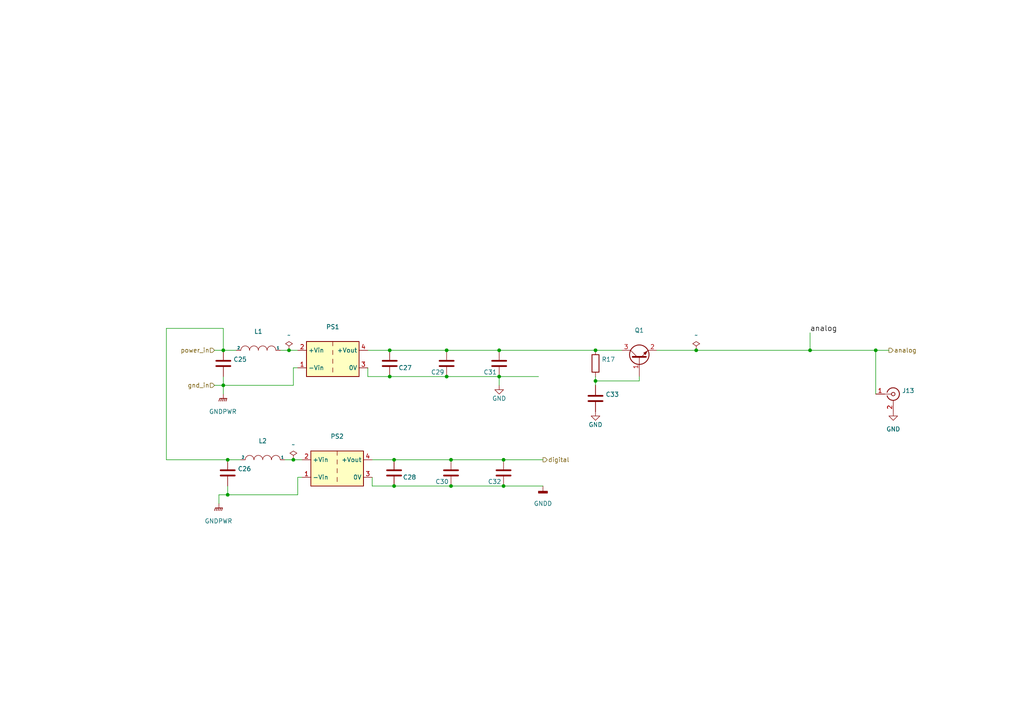
<source format=kicad_sch>
(kicad_sch (version 20211123) (generator eeschema)
  (paper "A4")
  (lib_symbols
    (symbol "0JLC-6:100nF" (pin_numbers hide) (pin_names (offset 0.254))
      (property "Reference" "C" (at 0.635 2.54 0))
      (property "Value" "100nF" (at 0.635 -2.54 0))
      (symbol "100nF_0_1"
        (polyline (pts (xy -2.032 -0.762) (xy 2.032 -0.762)) (stroke (width 0.508)))
        (polyline (pts (xy -2.032 0.762) (xy 2.032 0.762)) (stroke (width 0.508)))
      )
      (symbol "100nF_1_1"
        (pin passive line (at 0 3.81 270) (length 2.794) (name "~") (number "1"))
        (pin passive line (at 0 -3.81 90) (length 2.794) (name "~") (number "2"))
      )
    )
    (symbol "0JLC-6:10uF_1206_50V" (pin_numbers hide) (pin_names (offset 0.254))
      (property "Reference" "C" (at 0.635 2.54 0))
      (property "Value" "10uF_1206_50V" (at 0.635 -2.54 0))
      (symbol "10uF_1206_50V_0_1"
        (polyline (pts (xy -2.032 -0.762) (xy 2.032 -0.762)) (stroke (width 0.508)))
        (polyline (pts (xy -2.032 0.762) (xy 2.032 0.762)) (stroke (width 0.508)))
      )
      (symbol "10uF_1206_50V_1_1"
        (pin passive line (at 0 3.81 270) (length 2.794) (name "~") (number "1"))
        (pin passive line (at 0 -3.81 90) (length 2.794) (name "~") (number "2"))
      )
    )
    (symbol "0JLC-6:1K" (pin_numbers hide) (pin_names (offset 0))
      (property "Reference" "R" (at 2.032 0 90))
      (property "Value" "1K" (at 0 0 90))
      (symbol "1K_0_1"
        (rectangle (start -1.016 -2.54) (end 1.016 2.54) (stroke (width 0.254)))
      )
      (symbol "1K_1_1"
        (pin passive line (at 0 3.81 270) (length 1.27) (name "~") (number "1"))
        (pin passive line (at 0 -3.81 90) (length 1.27) (name "~") (number "2"))
      )
    )
    (symbol "0JLC-6:4.7uF_1206_50V" (pin_numbers hide) (pin_names (offset 0.254))
      (property "Reference" "C" (at 0.635 2.54 0))
      (property "Value" "4.7uF_1206_50V" (at 0.635 -2.54 0))
      (symbol "4.7uF_1206_50V_0_1"
        (polyline (pts (xy -2.032 -0.762) (xy 2.032 -0.762)) (stroke (width 0.508)))
        (polyline (pts (xy -2.032 0.762) (xy 2.032 0.762)) (stroke (width 0.508)))
      )
      (symbol "4.7uF_1206_50V_1_1"
        (pin passive line (at 0 3.81 270) (length 2.794) (name "~") (number "1"))
        (pin passive line (at 0 -3.81 90) (length 2.794) (name "~") (number "2"))
      )
    )
    (symbol "Connector:Conn_Coaxial" (pin_names (offset 1.016) hide)
      (property "Reference" "J" (at 0.254 3.048 0))
      (property "Value" "Conn_Coaxial" (at 2.921 0 90))
      (symbol "Conn_Coaxial_0_1"
        (arc (start -1.778 -0.508) (mid 0.2311 -1.8066) (end 1.778 0) (stroke (width 0.254)))
        (polyline (pts (xy -2.54 0) (xy -0.508 0)))
        (polyline (pts (xy 0 -2.54) (xy 0 -1.778)))
        (circle (center 0 0) (radius 0.508) (stroke (width 0.2032)))
        (arc (start 1.778 0) (mid 0.2099 1.8101) (end -1.778 0.508) (stroke (width 0.254)))
      )
      (symbol "Conn_Coaxial_1_1"
        (pin passive line (at -5.08 0 0) (length 2.54) (name "In") (number "1"))
        (pin passive line (at 0 -5.08 90) (length 2.54) (name "Ext") (number "2"))
      )
    )
    (symbol "Device:C" (pin_numbers hide) (pin_names (offset 0.254))
      (property "Reference" "C" (at 0.635 2.54 0))
      (property "Value" "C" (at 0.635 -2.54 0))
      (symbol "C_0_1"
        (polyline (pts (xy -2.032 -0.762) (xy 2.032 -0.762)) (stroke (width 0.508)))
        (polyline (pts (xy -2.032 0.762) (xy 2.032 0.762)) (stroke (width 0.508)))
      )
      (symbol "C_1_1"
        (pin passive line (at 0 3.81 270) (length 2.794) (name "~") (number "1"))
        (pin passive line (at 0 -3.81 90) (length 2.794) (name "~") (number "2"))
      )
    )
    (symbol "Transistor_BJT:BC847" (pin_names (offset 0) hide)
      (property "Reference" "Q" (at 5.08 1.905 0))
      (property "Value" "BC847" (at 5.08 0 0))
      (symbol "BC847_0_1"
        (polyline (pts (xy 0.635 0.635) (xy 2.54 2.54)))
        (polyline (pts (xy 0.635 -0.635) (xy 2.54 -2.54) (xy 2.54 -2.54)))
        (polyline (pts (xy 0.635 1.905) (xy 0.635 -1.905) (xy 0.635 -1.905)) (stroke (width 0.508)))
        (polyline (pts (xy 1.27 -1.778) (xy 1.778 -1.27) (xy 2.286 -2.286) (xy 1.27 -1.778) (xy 1.27 -1.778)) (fill (type outline)))
        (circle (center 1.27 0) (radius 2.8194) (stroke (width 0.254)))
      )
      (symbol "BC847_1_1"
        (pin input line (at -5.08 0 0) (length 5.715) (name "B") (number "1"))
        (pin passive line (at 2.54 -5.08 90) (length 2.54) (name "E") (number "2"))
        (pin passive line (at 2.54 5.08 270) (length 2.54) (name "C") (number "3"))
      )
    )
    (symbol "power:GND" (power) (pin_names (offset 0))
      (property "Value" "GND" (at 0 -3.81 0))
      (symbol "GND_0_1"
        (polyline (pts (xy 0 0) (xy 0 -1.27) (xy 1.27 -1.27) (xy 0 -2.54) (xy -1.27 -1.27) (xy 0 -1.27)))
      )
      (symbol "GND_1_1"
        (pin power_in line (at 0 0 270) (length 0) hide (name "GND") (number "1"))
      )
    )
    (symbol "power:GNDD" (power) (pin_names (offset 0))
      (property "Value" "GNDD" (at 0 -3.175 0))
      (symbol "GNDD_0_1"
        (rectangle (start -1.27 -1.524) (end 1.27 -2.032) (stroke (width 0.254)) (fill (type outline)))
        (polyline (pts (xy 0 0) (xy 0 -1.524)))
      )
      (symbol "GNDD_1_1"
        (pin power_in line (at 0 0 270) (length 0) hide (name "GNDD") (number "1"))
      )
    )
    (symbol "power:GNDPWR" (power) (pin_names (offset 0))
      (property "Value" "GNDPWR" (at 0 -3.302 0))
      (symbol "GNDPWR_0_1"
        (polyline (pts (xy 0 -1.27) (xy 0 0)))
        (polyline (pts (xy -1.016 -1.27) (xy -1.27 -2.032) (xy -1.27 -2.032)) (stroke (width 0.2032)))
        (polyline (pts (xy -0.508 -1.27) (xy -0.762 -2.032) (xy -0.762 -2.032)) (stroke (width 0.2032)))
        (polyline (pts (xy 0 -1.27) (xy -0.254 -2.032) (xy -0.254 -2.032)) (stroke (width 0.2032)))
        (polyline (pts (xy 0.508 -1.27) (xy 0.254 -2.032) (xy 0.254 -2.032)) (stroke (width 0.2032)))
        (polyline (pts (xy 1.016 -1.27) (xy -1.016 -1.27) (xy -1.016 -1.27)) (stroke (width 0.2032)))
        (polyline (pts (xy 1.016 -1.27) (xy 0.762 -2.032) (xy 0.762 -2.032) (xy 0.762 -2.032)) (stroke (width 0.2032)))
      )
      (symbol "GNDPWR_1_1"
        (pin power_in line (at 0 0 270) (length 0) hide (name "GNDPWR") (number "1"))
      )
    )
    (symbol "power:PWR_FLAG" (power) (pin_numbers hide) (pin_names (offset 0) hide)
      (property "Value" "PWR_FLAG" (at 0 3.81 0))
      (symbol "PWR_FLAG_0_0"
        (pin power_out line (at 0 0 90) (length 0) (name "pwr") (number "1"))
      )
      (symbol "PWR_FLAG_0_1"
        (polyline (pts (xy 0 0) (xy 0 1.27) (xy -1.016 1.905) (xy 0 2.54) (xy 1.016 1.905) (xy 0 1.27)))
      )
    )
    (symbol "pspice:INDUCTOR" (pin_numbers hide) (pin_names (offset 0))
      (property "Reference" "L" (at 0 2.54 0))
      (property "Value" "INDUCTOR" (at 0 -1.27 0))
      (symbol "INDUCTOR_0_1"
        (arc (start -2.54 0) (mid -3.81 1.27) (end -5.08 0))
        (arc (start 0 0) (mid -1.27 1.27) (end -2.54 0))
        (arc (start 2.54 0) (mid 1.27 1.27) (end 0 0))
        (arc (start 5.08 0) (mid 3.81 1.27) (end 2.54 0))
      )
      (symbol "INDUCTOR_1_1"
        (pin input line (at -6.35 0 0) (length 1.27) (name "1") (number "1"))
        (pin input line (at 6.35 0 180) (length 1.27) (name "2") (number "2"))
      )
    )
    (symbol "schematic_library:B0305S-1WR2-0my_power"
      (property "Reference" "PS2" (at 0 9.3218 0))
      (property "Value" "B0305S-1WR2-0my_power" (at 0 7.0104 0))
      (symbol "B0305S-1WR2-0my_power_0_0"
        (pin power_in line (at -10.16 -2.54 0) (length 2.54) (name "-Vin") (number "1"))
        (pin power_in line (at -10.16 2.54 0) (length 2.54) (name "+Vin") (number "2"))
        (pin power_out line (at 10.16 -2.54 180) (length 2.54) (name "0V") (number "3"))
        (pin power_out line (at 10.16 2.54 180) (length 2.54) (name "+Vout") (number "4"))
      )
      (symbol "B0305S-1WR2-0my_power_0_1"
        (rectangle (start -7.62 5.08) (end 7.62 -5.08) (stroke (width 0.254)) (fill (type background)))
        (polyline (pts (xy 0 -2.54) (xy 0 -3.81)))
        (polyline (pts (xy 0 0) (xy 0 -1.27)))
        (polyline (pts (xy 0 2.54) (xy 0 1.27)))
        (polyline (pts (xy 0 5.08) (xy 0 3.81)))
      )
    )
  )
  (junction (at 113.03 109.22))
  (junction (at 146.05 133.35))
  (junction (at 85.09 133.35))
  (junction (at 129.54 109.22))
  (junction (at 64.77 111.76))
  (junction (at 130.81 133.35))
  (junction (at 114.3 140.97))
  (junction (at 113.03 101.6))
  (junction (at 144.78 101.6))
  (junction (at 66.04 133.35))
  (junction (at 146.05 140.97))
  (junction (at 144.78 109.22))
  (junction (at 64.77 101.6))
  (junction (at 254 101.6))
  (junction (at 66.04 143.51))
  (junction (at 234.95 101.6))
  (junction (at 201.93 101.6))
  (junction (at 172.72 110.49))
  (junction (at 172.72 101.6))
  (junction (at 129.54 101.6))
  (junction (at 114.3 133.35))
  (junction (at 83.82 101.6))
  (junction (at 130.81 140.97))
  (wire (pts (xy 107.95 140.97) (xy 114.3 140.97)))
  (wire (pts (xy 172.72 110.49) (xy 185.42 110.49)))
  (wire (pts (xy 86.36 143.51) (xy 66.04 143.51)))
  (wire (pts (xy 185.42 110.49) (xy 185.42 109.22)))
  (wire (pts (xy 62.23 111.76) (xy 64.77 111.76)))
  (wire (pts (xy 114.3 133.35) (xy 130.81 133.35)))
  (wire (pts (xy 146.05 133.35) (xy 157.48 133.35)))
  (wire (pts (xy 86.36 138.43) (xy 86.36 143.51)))
  (wire (pts (xy 129.54 109.22) (xy 113.03 109.22)))
  (wire (pts (xy 63.5 146.05) (xy 63.5 143.51)))
  (wire (pts (xy 106.68 109.22) (xy 113.03 109.22)))
  (wire (pts (xy 62.23 101.6) (xy 64.77 101.6)))
  (wire (pts (xy 130.81 140.97) (xy 114.3 140.97)))
  (wire (pts (xy 130.81 133.35) (xy 146.05 133.35)))
  (wire (pts (xy 107.95 133.35) (xy 114.3 133.35)))
  (wire (pts (xy 107.95 138.43) (xy 107.95 140.97)))
  (wire (pts (xy 172.72 101.6) (xy 180.34 101.6)))
  (wire (pts (xy 64.77 101.6) (xy 68.58 101.6)))
  (wire (pts (xy 146.05 140.97) (xy 157.48 140.97)))
  (wire (pts (xy 129.54 101.6) (xy 144.78 101.6)))
  (wire (pts (xy 64.77 101.6) (xy 64.77 95.25)))
  (wire (pts (xy 172.72 110.49) (xy 172.72 111.76)))
  (wire (pts (xy 254 101.6) (xy 257.81 101.6)))
  (wire (pts (xy 113.03 101.6) (xy 129.54 101.6)))
  (wire (pts (xy 87.63 138.43) (xy 86.36 138.43)))
  (wire (pts (xy 172.72 109.22) (xy 172.72 110.49)))
  (wire (pts (xy 63.5 143.51) (xy 66.04 143.51)))
  (wire (pts (xy 83.82 101.6) (xy 86.36 101.6)))
  (wire (pts (xy 48.26 95.25) (xy 48.26 133.35)))
  (wire (pts (xy 85.09 133.35) (xy 87.63 133.35)))
  (wire (pts (xy 130.81 140.97) (xy 146.05 140.97)))
  (wire (pts (xy 234.95 101.6) (xy 254 101.6)))
  (wire (pts (xy 64.77 95.25) (xy 48.26 95.25)))
  (wire (pts (xy 254 114.3) (xy 254 101.6)))
  (wire (pts (xy 129.54 109.22) (xy 144.78 109.22)))
  (wire (pts (xy 86.36 106.68) (xy 85.09 106.68)))
  (wire (pts (xy 85.09 111.76) (xy 64.77 111.76)))
  (wire (pts (xy 48.26 133.35) (xy 66.04 133.35)))
  (wire (pts (xy 106.68 101.6) (xy 113.03 101.6)))
  (wire (pts (xy 66.04 133.35) (xy 69.85 133.35)))
  (wire (pts (xy 144.78 101.6) (xy 172.72 101.6)))
  (wire (pts (xy 234.95 101.6) (xy 234.95 96.52)))
  (wire (pts (xy 201.93 101.6) (xy 234.95 101.6)))
  (wire (pts (xy 64.77 109.22) (xy 64.77 111.76)))
  (wire (pts (xy 144.78 111.76) (xy 144.78 109.22)))
  (wire (pts (xy 81.28 101.6) (xy 83.82 101.6)))
  (wire (pts (xy 66.04 140.97) (xy 66.04 143.51)))
  (wire (pts (xy 64.77 114.3) (xy 64.77 111.76)))
  (wire (pts (xy 82.55 133.35) (xy 85.09 133.35)))
  (wire (pts (xy 144.78 109.22) (xy 156.21 109.22)))
  (wire (pts (xy 85.09 106.68) (xy 85.09 111.76)))
  (wire (pts (xy 106.68 106.68) (xy 106.68 109.22)))
  (wire (pts (xy 190.5 101.6) (xy 201.93 101.6)))
  (label "analog" (at 234.95 96.52 0) (effects (font (size 1.524 1.524))))
  (hierarchical_label "power_in" (shape input) (at 62.23 101.6 180))
  (hierarchical_label "analog" (shape output) (at 257.81 101.6 0))
  (hierarchical_label "gnd_in" (shape input) (at 62.23 111.76 180))
  (hierarchical_label "digital" (shape output) (at 157.48 133.35 0))
  (symbol (lib_id "0JLC-6:100nF") (at 129.54 105.41 180) (unit 1)
    (property "Reference" "C29" (at 128.905 107.95 0) (effects (justify left)))
    (property "MFR" "Samsung" (effects hide))
    (property "MPN" "CC0603KRX7R9BB104" (effects hide))
    (property "SPURL" "-" (effects hide))
    (property "LCSC" "C14663" (effects hide))
  )
  (symbol (lib_id "Device:C") (at 144.78 105.41 180) (unit 1)
    (property "Reference" "C31" (at 144.145 107.95 0) (effects (justify left)))
    (property "Datasheet" "0603B103K500NT" (effects hide))
    (property "MFR" "Samsung" (effects hide))
    (property "MPN" "0603B103K500NT" (effects hide))
    (property "LCSC" "C57112" (effects hide))
    (property "SPURL" "-" (effects hide))
  )
  (symbol (lib_id "power:GND") (at 144.78 111.76 0) (unit 1)
    (property "Reference" "#PWR062" (effects hide))
    (property "Value" "~" (at 144.78 115.57 0))
  )
  (symbol (lib_id "power:GND") (at 172.72 119.38 0) (unit 1)
    (property "Reference" "#PWR064" (effects hide))
    (property "Value" "~" (at 172.72 123.19 0))
  )
  (symbol (lib_id "Transistor_BJT:BC847") (at 185.42 104.14 90) (unit 1)
    (property "Reference" "Q1" (at 185.42 95.8088 90))
    (property "Datasheet" "http://www.infineon.com/dgdl/Infineon-BC847SERIES_BC848SERIES_BC849SERIES_BC850SERIES-DS-v01_01-en.pdf?fileId=db3a304314dca389011541d4630a1657" (effects hide))
    (property "MPN" "BC847C,215" (effects hide))
    (property "LCSC" "C8664" (effects hide))
  )
  (symbol (lib_id "schematic_library:B0305S-1WR2-0my_power") (at 96.52 104.14 0) (unit 1)
    (property "Reference" "PS1" (at 96.52 94.8182 0))
    (property "LCSC" "C80854" (effects hide))
    (property "MPN" "B0305S-1WR2" (effects hide))
  )
  (symbol (lib_id "pspice:INDUCTOR") (at 74.93 101.6 0) (mirror y) (unit 1)
    (property "Reference" "L1" (at 74.93 96.139 0))
    (property "MPN" "NLCV32T-6R8M-PFR" (effects hide))
    (property "LCSC" "C87559" (effects hide))
  )
  (symbol (lib_id "0JLC-6:10uF_1206_50V") (at 113.03 105.41 0) (unit 1)
    (property "Reference" "C27" (at 115.57 106.68 0) (effects (justify left)))
    (property "LCSC" "C13585" (effects hide))
    (property "MPN" "CL31A106KBHNNNE" (effects hide))
  )
  (symbol (lib_id "0JLC-6:4.7uF_1206_50V") (at 64.77 105.41 0) (unit 1)
    (property "Reference" "C25" (at 67.691 104.2416 0) (effects (justify left)))
    (property "LCSC" "C29823" (effects hide))
    (property "MPN" "1206B475K500NT" (effects hide))
  )
  (symbol (lib_id "0JLC-6:1K") (at 172.72 105.41 0) (unit 1)
    (property "Reference" "R17" (at 174.498 104.2416 0) (effects (justify left)))
    (property "LCSC" "C21190" (effects hide))
    (property "MPN" "0603WAF1001T5E" (effects hide))
  )
  (symbol (lib_id "Device:C") (at 172.72 115.57 0) (unit 1)
    (property "Reference" "C33" (at 175.641 114.4016 0) (effects (justify left)))
    (property "LCSC" "C84494" (effects hide))
    (property "MPN" "GRM32ER71A476KE15L" (effects hide))
  )
  (symbol (lib_id "power:PWR_FLAG") (at 83.82 101.6 0) (unit 1)
    (property "Reference" "#FLG05" (effects hide))
    (property "Value" "~" (at 83.82 97.2058 0))
  )
  (symbol (lib_id "power:PWR_FLAG") (at 201.93 101.6 0) (unit 1)
    (property "Reference" "#FLG07" (effects hide))
    (property "Value" "~" (at 201.93 97.2058 0))
  )
  (symbol (lib_id "pspice:INDUCTOR") (at 76.2 133.35 0) (mirror y) (unit 1)
    (property "Reference" "L2" (at 76.2 127.889 0))
    (property "MPN" "NLCV32T-6R8M-PFR" (effects hide))
    (property "LCSC" "C87559" (effects hide))
  )
  (symbol (lib_id "Device:C") (at 146.05 137.16 180) (unit 1)
    (property "Reference" "C32" (at 145.415 139.7 0) (effects (justify left)))
    (property "Datasheet" "0603B103K500NT" (effects hide))
    (property "MFR" "Samsung" (effects hide))
    (property "MPN" "0603B103K500NT" (effects hide))
    (property "LCSC" "C57112" (effects hide))
    (property "SPURL" "-" (effects hide))
  )
  (symbol (lib_id "0JLC-6:100nF") (at 130.81 137.16 180) (unit 1)
    (property "Reference" "C30" (at 130.175 139.7 0) (effects (justify left)))
    (property "MFR" "Samsung" (effects hide))
    (property "MPN" "CC0603KRX7R9BB104" (effects hide))
    (property "SPURL" "-" (effects hide))
    (property "LCSC" "C14663" (effects hide))
  )
  (symbol (lib_id "0JLC-6:4.7uF_1206_50V") (at 66.04 137.16 0) (unit 1)
    (property "Reference" "C26" (at 68.961 135.9916 0) (effects (justify left)))
    (property "LCSC" "C29823" (effects hide))
    (property "MPN" "1206B475K500NT" (effects hide))
  )
  (symbol (lib_id "power:GND") (at 259.08 119.38 0) (unit 1)
    (property "Reference" "#PWR065" (effects hide))
    (property "Value" "GND" (at 259.08 124.46 0))
    (property "Footprint" "Connector_Coaxial:U.FL_Hirose_U.FL-R-SMT-1_Vertical" (effects hide))
  )
  (symbol (lib_id "Connector:Conn_Coaxial") (at 259.08 114.3 0) (unit 1)
    (property "Reference" "J13" (at 261.62 113.3231 0) (effects (justify left)))
    (property "Datasheet" " ~" (effects hide))
  )
  (symbol (lib_id "power:GNDPWR") (at 63.5 146.05 0) (unit 1)
    (property "Reference" "#PWR060" (effects hide))
    (property "Value" "GNDPWR" (at 63.373 151.13 0))
  )
  (symbol (lib_id "0JLC-6:10uF_1206_50V") (at 114.3 137.16 0) (unit 1)
    (property "Reference" "C28" (at 116.84 138.43 0) (effects (justify left)))
    (property "LCSC" "C13585" (effects hide))
    (property "MPN" "CL31A106KBHNNNE" (effects hide))
  )
  (symbol (lib_id "power:GNDPWR") (at 64.77 114.3 0) (unit 1)
    (property "Reference" "#PWR061" (effects hide))
    (property "Value" "GNDPWR" (at 64.643 119.38 0))
  )
  (symbol (lib_id "schematic_library:B0305S-1WR2-0my_power") (at 97.79 135.89 0) (unit 1)
    (property "Reference" "PS2" (at 97.79 126.5682 0))
    (property "LCSC" "C80854" (effects hide))
    (property "MPN" "B0305S-1WR2" (effects hide))
  )
  (symbol (lib_id "power:GNDD") (at 157.48 140.97 0) (unit 1)
    (property "Reference" "#PWR063" (effects hide))
    (property "Value" "GNDD" (at 157.48 146.05 0))
  )
  (symbol (lib_id "power:PWR_FLAG") (at 85.09 133.35 0) (unit 1)
    (property "Reference" "#FLG06" (effects hide))
    (property "Value" "~" (at 85.09 128.9558 0))
  )
)
</source>
